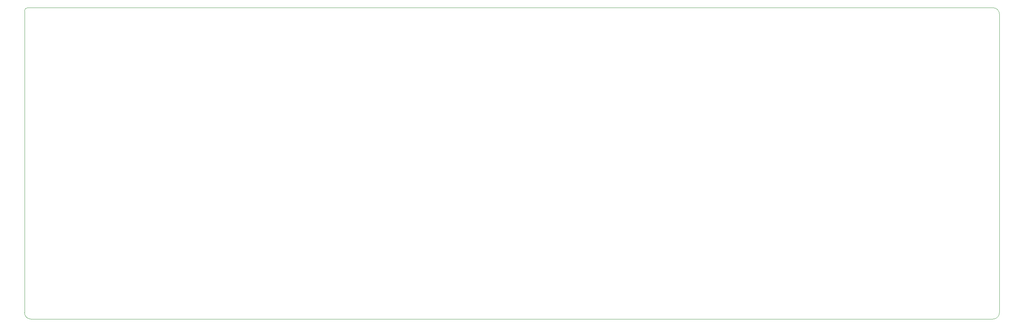
<source format=gm1>
%TF.GenerationSoftware,KiCad,Pcbnew,5.1.9*%
%TF.CreationDate,2021-02-13T13:16:34+02:00*%
%TF.ProjectId,arc40,61726334-302e-46b6-9963-61645f706362,rev?*%
%TF.SameCoordinates,Original*%
%TF.FileFunction,Profile,NP*%
%FSLAX46Y46*%
G04 Gerber Fmt 4.6, Leading zero omitted, Abs format (unit mm)*
G04 Created by KiCad (PCBNEW 5.1.9) date 2021-02-13 13:16:34*
%MOMM*%
%LPD*%
G01*
G04 APERTURE LIST*
%TA.AperFunction,Profile*%
%ADD10C,0.050000*%
%TD*%
G04 APERTURE END LIST*
D10*
X285750000Y-124618750D02*
X285750000Y-51593750D01*
X49212500Y-126206250D02*
X284162500Y-126206250D01*
X47625000Y-50800000D02*
X47625000Y-124618750D01*
X284162500Y-50006250D02*
X48418750Y-50006250D01*
X47625000Y-50800000D02*
G75*
G02*
X48418750Y-50006250I793750J0D01*
G01*
X49212500Y-126206250D02*
G75*
G02*
X47625000Y-124618750I0J1587500D01*
G01*
X285750000Y-124618750D02*
G75*
G02*
X284162500Y-126206250I-1587500J0D01*
G01*
X284162500Y-50006250D02*
G75*
G02*
X285750000Y-51593750I0J-1587500D01*
G01*
M02*

</source>
